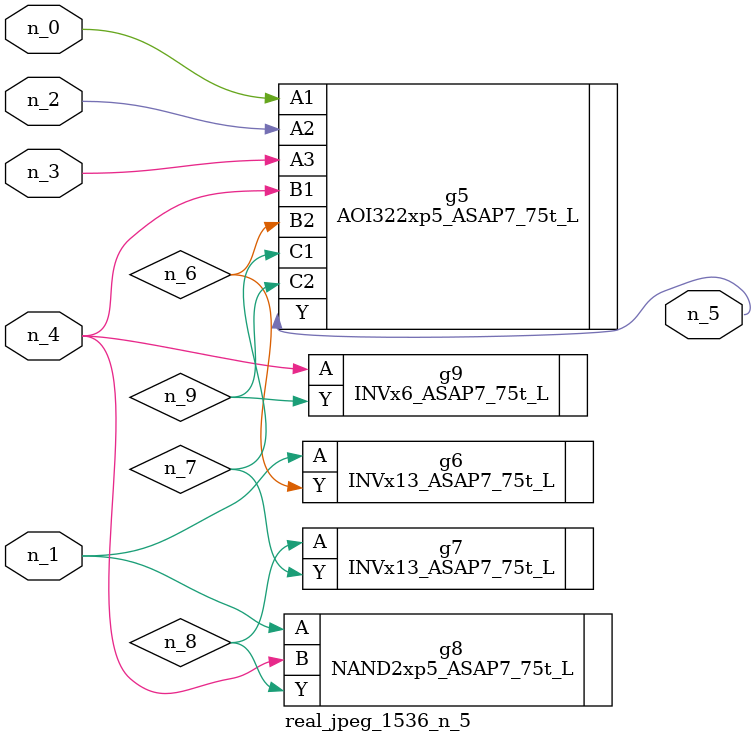
<source format=v>
module real_jpeg_1536_n_5 (n_4, n_0, n_1, n_2, n_3, n_5);

input n_4;
input n_0;
input n_1;
input n_2;
input n_3;

output n_5;

wire n_8;
wire n_6;
wire n_7;
wire n_9;

AOI322xp5_ASAP7_75t_L g5 ( 
.A1(n_0),
.A2(n_2),
.A3(n_3),
.B1(n_4),
.B2(n_6),
.C1(n_7),
.C2(n_9),
.Y(n_5)
);

INVx13_ASAP7_75t_L g6 ( 
.A(n_1),
.Y(n_6)
);

NAND2xp5_ASAP7_75t_L g8 ( 
.A(n_1),
.B(n_4),
.Y(n_8)
);

INVx6_ASAP7_75t_L g9 ( 
.A(n_4),
.Y(n_9)
);

INVx13_ASAP7_75t_L g7 ( 
.A(n_8),
.Y(n_7)
);


endmodule
</source>
